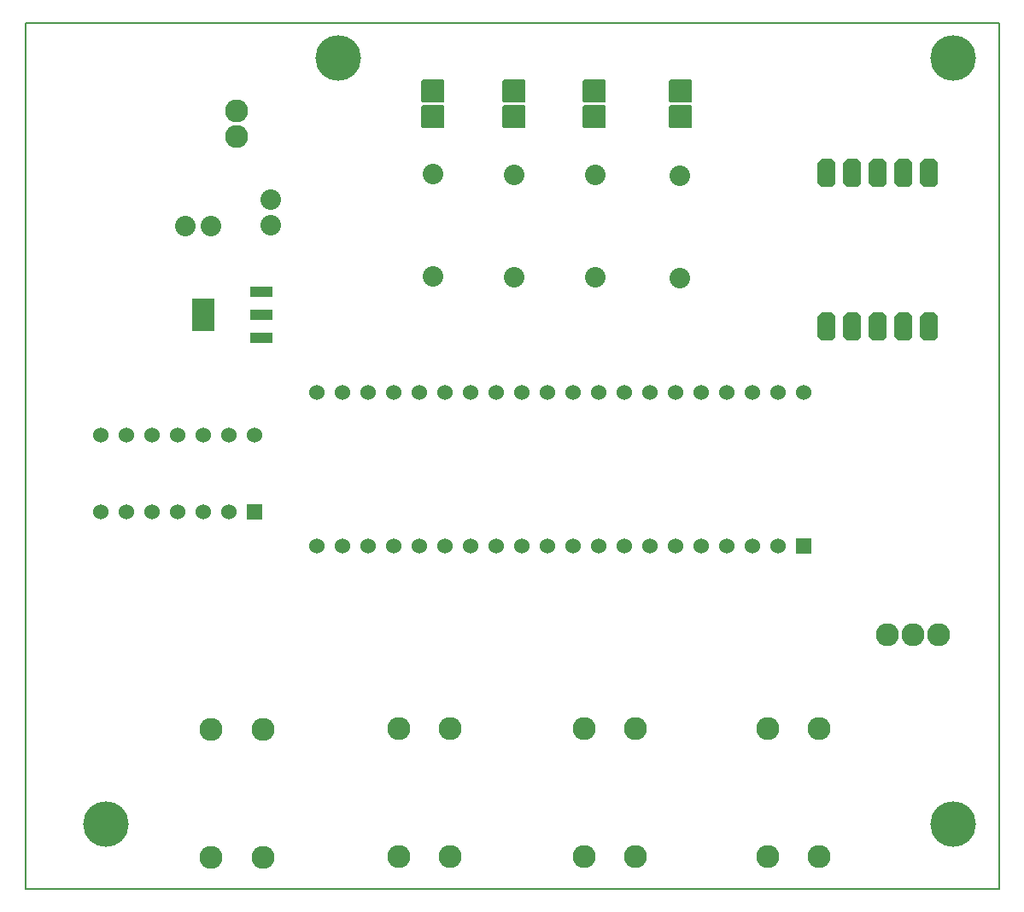
<source format=gbr>
G04 PROTEUS RS274X GERBER FILE*
%FSLAX45Y45*%
%MOMM*%
G01*
%AMPPAD014*
4,1,36,
0.635000,0.762000,
-0.635000,0.762000,
-0.660970,0.759470,
-0.684980,0.752200,
-0.706580,0.740650,
-0.725290,0.725290,
-0.740650,0.706570,
-0.752200,0.684980,
-0.759470,0.660970,
-0.762000,0.635000,
-0.762000,-0.635000,
-0.759470,-0.660970,
-0.752200,-0.684980,
-0.740650,-0.706570,
-0.725290,-0.725290,
-0.706580,-0.740650,
-0.684980,-0.752200,
-0.660970,-0.759470,
-0.635000,-0.762000,
0.635000,-0.762000,
0.660970,-0.759470,
0.684980,-0.752200,
0.706580,-0.740650,
0.725290,-0.725290,
0.740650,-0.706570,
0.752200,-0.684980,
0.759470,-0.660970,
0.762000,-0.635000,
0.762000,0.635000,
0.759470,0.660970,
0.752200,0.684980,
0.740650,0.706570,
0.725290,0.725290,
0.706580,0.740650,
0.684980,0.752200,
0.660970,0.759470,
0.635000,0.762000,
0*%
%ADD22PPAD014*%
%ADD23C,1.524000*%
%AMPPAD016*
4,1,8,
0.509800,1.397000,
-0.509800,1.397000,
-0.889000,1.017800,
-0.889000,-1.017800,
-0.509800,-1.397000,
0.509800,-1.397000,
0.889000,-1.017800,
0.889000,1.017800,
0.509800,1.397000,
0*%
%ADD24PPAD016*%
%ADD25C,2.286000*%
%AMPPAD018*
4,1,36,
1.143000,-1.016000,
1.143000,1.016000,
1.140470,1.041970,
1.133200,1.065980,
1.121650,1.087580,
1.106290,1.106290,
1.087570,1.121650,
1.065980,1.133200,
1.041970,1.140470,
1.016000,1.143000,
-1.016000,1.143000,
-1.041970,1.140470,
-1.065980,1.133200,
-1.087570,1.121650,
-1.106290,1.106290,
-1.121650,1.087580,
-1.133200,1.065980,
-1.140470,1.041970,
-1.143000,1.016000,
-1.143000,-1.016000,
-1.140470,-1.041970,
-1.133200,-1.065980,
-1.121650,-1.087580,
-1.106290,-1.106290,
-1.087570,-1.121650,
-1.065980,-1.133200,
-1.041970,-1.140470,
-1.016000,-1.143000,
1.016000,-1.143000,
1.041970,-1.140470,
1.065980,-1.133200,
1.087570,-1.121650,
1.106290,-1.106290,
1.121650,-1.087580,
1.133200,-1.065980,
1.140470,-1.041970,
1.143000,-1.016000,
0*%
%ADD26PPAD018*%
%ADD13C,2.032000*%
%ADD27C,4.508000*%
%AMPPAD020*
4,1,4,
1.079500,0.469900,
1.079500,-0.469900,
-1.079500,-0.469900,
-1.079500,0.469900,
1.079500,0.469900,
0*%
%ADD28PPAD020*%
%AMPPAD021*
4,1,4,
1.079500,-1.625600,
-1.079500,-1.625600,
-1.079500,1.625600,
1.079500,1.625600,
1.079500,-1.625600,
0*%
%ADD29PPAD021*%
%ADD17C,0.203200*%
D22*
X-1989000Y+3457000D03*
D23*
X-2243000Y+3457000D03*
X-2497000Y+3457000D03*
X-2751000Y+3457000D03*
X-3005000Y+3457000D03*
X-3259000Y+3457000D03*
X-3513000Y+3457000D03*
X-3767000Y+3457000D03*
X-4021000Y+3457000D03*
X-4275000Y+3457000D03*
X-4529000Y+3457000D03*
X-4783000Y+3457000D03*
X-5037000Y+3457000D03*
X-5291000Y+3457000D03*
X-5545000Y+3457000D03*
X-5799000Y+3457000D03*
X-6053000Y+3457000D03*
X-6307000Y+3457000D03*
X-6561000Y+3457000D03*
X-6815000Y+3457000D03*
X-6815000Y+4981000D03*
X-6561000Y+4981000D03*
X-6307000Y+4981000D03*
X-6053000Y+4981000D03*
X-5799000Y+4981000D03*
X-5545000Y+4981000D03*
X-5291000Y+4981000D03*
X-5037000Y+4981000D03*
X-4783000Y+4981000D03*
X-4529000Y+4981000D03*
X-4275000Y+4981000D03*
X-4021000Y+4981000D03*
X-3767000Y+4981000D03*
X-3513000Y+4981000D03*
X-3259000Y+4981000D03*
X-3005000Y+4981000D03*
X-2751000Y+4981000D03*
X-2497000Y+4981000D03*
X-2243000Y+4981000D03*
X-1989000Y+4981000D03*
D24*
X-1500000Y+7153000D03*
X-1754000Y+7153000D03*
X-1500000Y+5629000D03*
X-1246000Y+7153000D03*
X-1246000Y+5629000D03*
X-992000Y+5629000D03*
X-1754000Y+5629000D03*
X-738000Y+5629000D03*
X-738000Y+7153000D03*
X-992000Y+7153000D03*
D22*
X-7431000Y+3791000D03*
D23*
X-7685000Y+3791000D03*
X-7939000Y+3791000D03*
X-8193000Y+3791000D03*
X-8447000Y+3791000D03*
X-8701000Y+3791000D03*
X-8955000Y+3791000D03*
X-8955000Y+4553000D03*
X-8701000Y+4553000D03*
X-8447000Y+4553000D03*
X-8193000Y+4553000D03*
X-7939000Y+4553000D03*
X-7685000Y+4553000D03*
X-7431000Y+4553000D03*
D25*
X-7604000Y+7776000D03*
X-7604000Y+7522000D03*
X-1830000Y+1645000D03*
X-2340000Y+1645000D03*
X-1830000Y+375000D03*
X-2340000Y+375000D03*
X-3653000Y+1647000D03*
X-4163000Y+1647000D03*
X-3653000Y+377000D03*
X-4163000Y+377000D03*
X-5492000Y+1641000D03*
X-6002000Y+1641000D03*
X-5492000Y+371000D03*
X-6002000Y+371000D03*
X-7348000Y+1640000D03*
X-7858000Y+1640000D03*
X-7348000Y+370000D03*
X-7858000Y+370000D03*
X-1151000Y+2578000D03*
X-897000Y+2578000D03*
X-643000Y+2578000D03*
D26*
X-4055000Y+7716000D03*
X-4055000Y+7970000D03*
D13*
X-4049000Y+7139000D03*
X-4049000Y+6123000D03*
D26*
X-4857000Y+7716000D03*
X-4857000Y+7970000D03*
D13*
X-4858000Y+7139000D03*
X-4858000Y+6123000D03*
D26*
X-3208000Y+7716000D03*
X-3208000Y+7970000D03*
D13*
X-3209000Y+7129000D03*
X-3209000Y+6113000D03*
D26*
X-5658000Y+7715000D03*
X-5658000Y+7969000D03*
D13*
X-5657000Y+7149000D03*
X-5657000Y+6133000D03*
D27*
X-500000Y+8300000D03*
X-6600000Y+8300000D03*
D28*
X-7358000Y+5523000D03*
X-7358000Y+5753000D03*
X-7358000Y+5983000D03*
D29*
X-7938000Y+5753000D03*
D13*
X-8116000Y+6635000D03*
X-7862000Y+6635000D03*
X-7272000Y+6891000D03*
X-7272000Y+6637000D03*
D27*
X-500000Y+700000D03*
X-8900000Y+700000D03*
D17*
X-9700000Y+50000D02*
X-50000Y+50000D01*
X-50000Y+8650000D01*
X-9700000Y+8650000D01*
X-9700000Y+50000D01*
M02*

</source>
